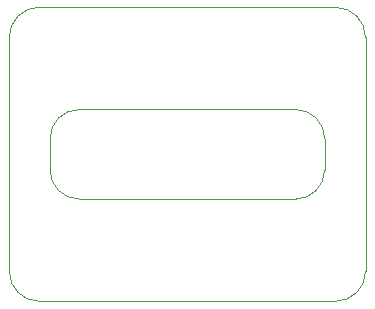
<source format=gm1>
G04 #@! TF.GenerationSoftware,KiCad,Pcbnew,(5.1.0)-1*
G04 #@! TF.CreationDate,2019-08-21T10:43:17-04:00*
G04 #@! TF.ProjectId,Front Plate,46726f6e-7420-4506-9c61-74652e6b6963,rev?*
G04 #@! TF.SameCoordinates,Original*
G04 #@! TF.FileFunction,Profile,NP*
%FSLAX46Y46*%
G04 Gerber Fmt 4.6, Leading zero omitted, Abs format (unit mm)*
G04 Created by KiCad (PCBNEW (5.1.0)-1) date 2019-08-21 10:43:17*
%MOMM*%
%LPD*%
G04 APERTURE LIST*
%ADD10C,0.050000*%
G04 APERTURE END LIST*
D10*
X145839470Y-66290000D02*
G75*
G02X143375000Y-63825530I0J2464470D01*
G01*
X166625000Y-63825530D02*
G75*
G02X164160530Y-66290000I-2464470J0D01*
G01*
X164160530Y-58705000D02*
G75*
G02X166625000Y-61169470I0J-2464470D01*
G01*
X143375000Y-61169470D02*
G75*
G02X145839470Y-58705000I2464470J0D01*
G01*
X166625000Y-61169470D02*
X166625000Y-63825530D01*
X143375000Y-63825530D02*
X143375000Y-61169470D01*
X145839470Y-66290000D02*
X164160530Y-66290000D01*
X145839470Y-58705000D02*
X164160530Y-58705000D01*
X170083100Y-52590000D02*
X170083100Y-72410000D01*
X142456900Y-50050000D02*
X167543100Y-50050000D01*
X139916900Y-71950000D02*
X139916900Y-52590000D01*
X142456900Y-50050000D02*
G75*
G03X139916900Y-52590000I0J-2540000D01*
G01*
X170083100Y-52590000D02*
G75*
G03X167543100Y-50050000I-2540000J0D01*
G01*
X167543100Y-74950000D02*
G75*
G03X170083100Y-72410000I0J2540000D01*
G01*
X139916900Y-72410000D02*
G75*
G03X142456900Y-74950000I2540000J0D01*
G01*
X139916900Y-72410000D02*
X139916900Y-71950000D01*
X167543100Y-74950000D02*
X142456900Y-74950000D01*
M02*

</source>
